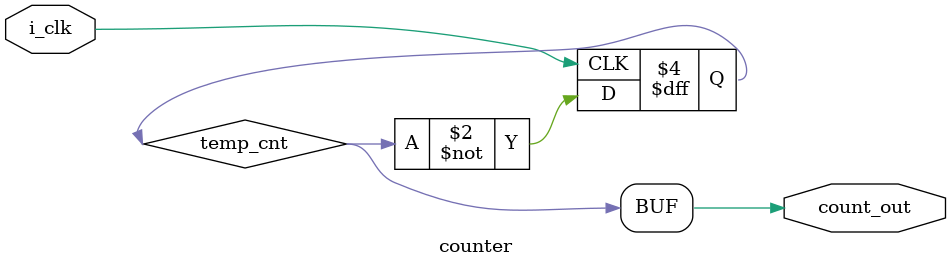
<source format=v>
`timescale 1ns / 1ps


`timescale 1ns / 1ps
//////////////////////////////////////////////////////////////////////////////////
// Company: 
// Engineer: 
// 
// Create Date: 07/08/2022 01:29:57 PM
// Design Name: 
// Module Name: count_2bit
// Project Name: 
// Target Devices: 
// Tool Versions: 
// Description: 
// 
// Dependencies: 
// 
// Revision:
// Revision 0.01 - File Created
// Additional Comments:
// 
//////////////////////////////////////////////////////////////////////////////////


module counter(
    input i_clk,
    output count_out
    );
    
    reg  temp_cnt = 0;
    always @(posedge i_clk)
           begin
                      begin
              temp_cnt <= ~temp_cnt ;                          
                       end
          end      
			 assign count_out = temp_cnt ;             
endmodule



</source>
